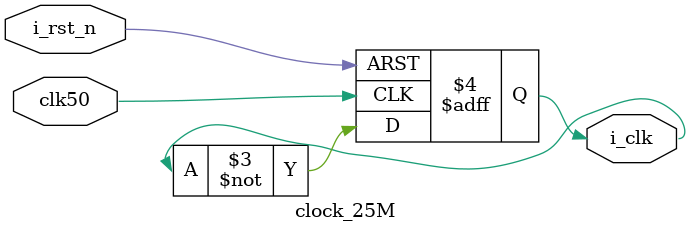
<source format=sv>
module clock_25M (
    input  logic clk50,      // Clock 50 MHz từ kit
    input  logic i_rst_n,    // Reset active low
    output logic i_clk       // Clock đầu ra 25 MHz
);

always_ff @(posedge clk50 or negedge i_rst_n) begin
	if (~i_rst_n)
		i_clk <= 1'b0;
    else
      i_clk <= ~i_clk;        // Toggle
end

endmodule
</source>
